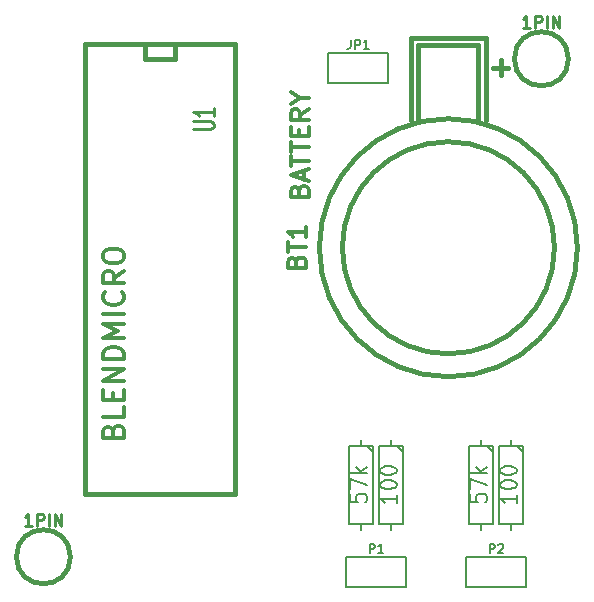
<source format=gto>
G04 (created by PCBNEW (22-Jun-2014 BZR 4027)-stable) date Wed 07 Jan 2015 20:43:52 CET*
%MOIN*%
G04 Gerber Fmt 3.4, Leading zero omitted, Abs format*
%FSLAX34Y34*%
G01*
G70*
G90*
G04 APERTURE LIST*
%ADD10C,0.00590551*%
%ADD11C,0.015*%
%ADD12C,0.008*%
%ADD13C,0.006*%
%ADD14C,0.01125*%
%ADD15C,0.012*%
%ADD16C,0.01*%
G04 APERTURE END LIST*
G54D10*
G54D11*
X44300Y-32300D02*
X44300Y-32300D01*
X44300Y-32300D02*
X44300Y-32800D01*
X44300Y-32800D02*
X43300Y-32800D01*
X43300Y-32800D02*
X43300Y-32300D01*
X46300Y-32300D02*
X46300Y-47300D01*
X46300Y-47300D02*
X41300Y-47300D01*
X41300Y-47300D02*
X41300Y-32300D01*
X41300Y-32300D02*
X46300Y-32300D01*
G54D12*
X51500Y-45500D02*
X51500Y-45700D01*
X51500Y-48500D02*
X51500Y-48300D01*
X51500Y-48300D02*
X51900Y-48300D01*
X51900Y-48300D02*
X51900Y-45700D01*
X51900Y-45700D02*
X51100Y-45700D01*
X51100Y-45700D02*
X51100Y-48300D01*
X51100Y-48300D02*
X51500Y-48300D01*
X51700Y-45700D02*
X51900Y-45900D01*
X50500Y-45500D02*
X50500Y-45700D01*
X50500Y-48500D02*
X50500Y-48300D01*
X50500Y-48300D02*
X50900Y-48300D01*
X50900Y-48300D02*
X50900Y-45700D01*
X50900Y-45700D02*
X50100Y-45700D01*
X50100Y-45700D02*
X50100Y-48300D01*
X50100Y-48300D02*
X50500Y-48300D01*
X50700Y-45700D02*
X50900Y-45900D01*
G54D13*
X50000Y-50400D02*
X50000Y-49400D01*
X50000Y-49400D02*
X52000Y-49400D01*
X52000Y-49400D02*
X52000Y-50400D01*
X52000Y-50400D02*
X50000Y-50400D01*
G54D12*
X55500Y-45500D02*
X55500Y-45700D01*
X55500Y-48500D02*
X55500Y-48300D01*
X55500Y-48300D02*
X55900Y-48300D01*
X55900Y-48300D02*
X55900Y-45700D01*
X55900Y-45700D02*
X55100Y-45700D01*
X55100Y-45700D02*
X55100Y-48300D01*
X55100Y-48300D02*
X55500Y-48300D01*
X55700Y-45700D02*
X55900Y-45900D01*
X54500Y-45500D02*
X54500Y-45700D01*
X54500Y-48500D02*
X54500Y-48300D01*
X54500Y-48300D02*
X54900Y-48300D01*
X54900Y-48300D02*
X54900Y-45700D01*
X54900Y-45700D02*
X54100Y-45700D01*
X54100Y-45700D02*
X54100Y-48300D01*
X54100Y-48300D02*
X54500Y-48300D01*
X54700Y-45700D02*
X54900Y-45900D01*
G54D13*
X49400Y-33600D02*
X49400Y-32600D01*
X49400Y-32600D02*
X51400Y-32600D01*
X51400Y-32600D02*
X51400Y-33600D01*
X51400Y-33600D02*
X49400Y-33600D01*
X54000Y-50400D02*
X54000Y-49400D01*
X54000Y-49400D02*
X56000Y-49400D01*
X56000Y-49400D02*
X56000Y-50400D01*
X56000Y-50400D02*
X54000Y-50400D01*
G54D11*
X54900Y-33100D02*
X55400Y-33100D01*
X55150Y-33350D02*
X55150Y-32850D01*
X52400Y-34850D02*
X52400Y-32350D01*
X52400Y-32350D02*
X54400Y-32350D01*
X54400Y-32350D02*
X54400Y-34850D01*
X52150Y-32350D02*
X52150Y-32100D01*
X52150Y-32100D02*
X54650Y-32100D01*
X54650Y-32100D02*
X54650Y-32350D01*
X52150Y-32850D02*
X52150Y-32350D01*
X54650Y-32350D02*
X54650Y-34850D01*
X52150Y-34850D02*
X52150Y-32850D01*
X56935Y-39100D02*
G75*
G03X56935Y-39100I-3535J0D01*
G74*
G01*
X57701Y-39100D02*
G75*
G03X57701Y-39100I-4301J0D01*
G74*
G01*
X40800Y-49400D02*
G75*
G03X40800Y-49400I-900J0D01*
G74*
G01*
X57400Y-32800D02*
G75*
G03X57400Y-32800I-900J0D01*
G74*
G01*
G54D14*
X44883Y-35142D02*
X45450Y-35142D01*
X45516Y-35121D01*
X45550Y-35100D01*
X45583Y-35057D01*
X45583Y-34971D01*
X45550Y-34928D01*
X45516Y-34907D01*
X45450Y-34885D01*
X44883Y-34885D01*
X45583Y-34435D02*
X45583Y-34692D01*
X45583Y-34564D02*
X44883Y-34564D01*
X44983Y-34607D01*
X45050Y-34650D01*
X45083Y-34692D01*
G54D15*
X42216Y-45200D02*
X42250Y-45100D01*
X42283Y-45066D01*
X42350Y-45033D01*
X42450Y-45033D01*
X42516Y-45066D01*
X42550Y-45100D01*
X42583Y-45166D01*
X42583Y-45433D01*
X41883Y-45433D01*
X41883Y-45200D01*
X41916Y-45133D01*
X41950Y-45100D01*
X42016Y-45066D01*
X42083Y-45066D01*
X42150Y-45100D01*
X42183Y-45133D01*
X42216Y-45200D01*
X42216Y-45433D01*
X42583Y-44400D02*
X42583Y-44733D01*
X41883Y-44733D01*
X42216Y-44166D02*
X42216Y-43933D01*
X42583Y-43833D02*
X42583Y-44166D01*
X41883Y-44166D01*
X41883Y-43833D01*
X42583Y-43533D02*
X41883Y-43533D01*
X42583Y-43133D01*
X41883Y-43133D01*
X42583Y-42800D02*
X41883Y-42800D01*
X41883Y-42633D01*
X41916Y-42533D01*
X41983Y-42466D01*
X42050Y-42433D01*
X42183Y-42400D01*
X42283Y-42400D01*
X42416Y-42433D01*
X42483Y-42466D01*
X42550Y-42533D01*
X42583Y-42633D01*
X42583Y-42800D01*
X42583Y-42100D02*
X41883Y-42100D01*
X42383Y-41866D01*
X41883Y-41633D01*
X42583Y-41633D01*
X42583Y-41300D02*
X41883Y-41300D01*
X42516Y-40566D02*
X42550Y-40599D01*
X42583Y-40699D01*
X42583Y-40766D01*
X42550Y-40866D01*
X42483Y-40933D01*
X42416Y-40966D01*
X42283Y-40999D01*
X42183Y-40999D01*
X42050Y-40966D01*
X41983Y-40933D01*
X41916Y-40866D01*
X41883Y-40766D01*
X41883Y-40699D01*
X41916Y-40599D01*
X41950Y-40566D01*
X42583Y-39866D02*
X42250Y-40099D01*
X42583Y-40266D02*
X41883Y-40266D01*
X41883Y-39999D01*
X41916Y-39933D01*
X41950Y-39899D01*
X42016Y-39866D01*
X42116Y-39866D01*
X42183Y-39899D01*
X42216Y-39933D01*
X42250Y-39999D01*
X42250Y-40266D01*
X41883Y-39433D02*
X41883Y-39299D01*
X41916Y-39233D01*
X41983Y-39166D01*
X42116Y-39133D01*
X42350Y-39133D01*
X42483Y-39166D01*
X42550Y-39233D01*
X42583Y-39299D01*
X42583Y-39433D01*
X42550Y-39499D01*
X42483Y-39566D01*
X42350Y-39599D01*
X42116Y-39599D01*
X41983Y-39566D01*
X41916Y-39499D01*
X41883Y-39433D01*
G54D12*
X51672Y-47333D02*
X51672Y-47619D01*
X51672Y-47476D02*
X51122Y-47476D01*
X51201Y-47523D01*
X51253Y-47571D01*
X51279Y-47619D01*
X51122Y-47023D02*
X51122Y-46976D01*
X51148Y-46928D01*
X51175Y-46904D01*
X51227Y-46880D01*
X51332Y-46857D01*
X51463Y-46857D01*
X51567Y-46880D01*
X51620Y-46904D01*
X51646Y-46928D01*
X51672Y-46976D01*
X51672Y-47023D01*
X51646Y-47071D01*
X51620Y-47095D01*
X51567Y-47119D01*
X51463Y-47142D01*
X51332Y-47142D01*
X51227Y-47119D01*
X51175Y-47095D01*
X51148Y-47071D01*
X51122Y-47023D01*
X51122Y-46547D02*
X51122Y-46500D01*
X51148Y-46452D01*
X51175Y-46428D01*
X51227Y-46404D01*
X51332Y-46380D01*
X51463Y-46380D01*
X51567Y-46404D01*
X51620Y-46428D01*
X51646Y-46452D01*
X51672Y-46500D01*
X51672Y-46547D01*
X51646Y-46595D01*
X51620Y-46619D01*
X51567Y-46642D01*
X51463Y-46666D01*
X51332Y-46666D01*
X51227Y-46642D01*
X51175Y-46619D01*
X51148Y-46595D01*
X51122Y-46547D01*
X50122Y-47321D02*
X50122Y-47559D01*
X50384Y-47583D01*
X50358Y-47559D01*
X50332Y-47511D01*
X50332Y-47392D01*
X50358Y-47345D01*
X50384Y-47321D01*
X50436Y-47297D01*
X50567Y-47297D01*
X50620Y-47321D01*
X50646Y-47345D01*
X50672Y-47392D01*
X50672Y-47511D01*
X50646Y-47559D01*
X50620Y-47583D01*
X50122Y-47130D02*
X50122Y-46797D01*
X50672Y-47011D01*
X50672Y-46607D02*
X50122Y-46607D01*
X50463Y-46559D02*
X50672Y-46416D01*
X50305Y-46416D02*
X50515Y-46607D01*
G54D13*
X50778Y-49271D02*
X50778Y-48971D01*
X50892Y-48971D01*
X50921Y-48985D01*
X50935Y-49000D01*
X50950Y-49028D01*
X50950Y-49071D01*
X50935Y-49100D01*
X50921Y-49114D01*
X50892Y-49128D01*
X50778Y-49128D01*
X51235Y-49271D02*
X51064Y-49271D01*
X51150Y-49271D02*
X51150Y-48971D01*
X51121Y-49014D01*
X51092Y-49042D01*
X51064Y-49057D01*
G54D12*
X55672Y-47333D02*
X55672Y-47619D01*
X55672Y-47476D02*
X55122Y-47476D01*
X55201Y-47523D01*
X55253Y-47571D01*
X55279Y-47619D01*
X55122Y-47023D02*
X55122Y-46976D01*
X55148Y-46928D01*
X55175Y-46904D01*
X55227Y-46880D01*
X55332Y-46857D01*
X55463Y-46857D01*
X55567Y-46880D01*
X55620Y-46904D01*
X55646Y-46928D01*
X55672Y-46976D01*
X55672Y-47023D01*
X55646Y-47071D01*
X55620Y-47095D01*
X55567Y-47119D01*
X55463Y-47142D01*
X55332Y-47142D01*
X55227Y-47119D01*
X55175Y-47095D01*
X55148Y-47071D01*
X55122Y-47023D01*
X55122Y-46547D02*
X55122Y-46500D01*
X55148Y-46452D01*
X55175Y-46428D01*
X55227Y-46404D01*
X55332Y-46380D01*
X55463Y-46380D01*
X55567Y-46404D01*
X55620Y-46428D01*
X55646Y-46452D01*
X55672Y-46500D01*
X55672Y-46547D01*
X55646Y-46595D01*
X55620Y-46619D01*
X55567Y-46642D01*
X55463Y-46666D01*
X55332Y-46666D01*
X55227Y-46642D01*
X55175Y-46619D01*
X55148Y-46595D01*
X55122Y-46547D01*
X54122Y-47321D02*
X54122Y-47559D01*
X54384Y-47583D01*
X54358Y-47559D01*
X54332Y-47511D01*
X54332Y-47392D01*
X54358Y-47345D01*
X54384Y-47321D01*
X54436Y-47297D01*
X54567Y-47297D01*
X54620Y-47321D01*
X54646Y-47345D01*
X54672Y-47392D01*
X54672Y-47511D01*
X54646Y-47559D01*
X54620Y-47583D01*
X54122Y-47130D02*
X54122Y-46797D01*
X54672Y-47011D01*
X54672Y-46607D02*
X54122Y-46607D01*
X54463Y-46559D02*
X54672Y-46416D01*
X54305Y-46416D02*
X54515Y-46607D01*
G54D13*
X50150Y-32171D02*
X50150Y-32385D01*
X50135Y-32428D01*
X50107Y-32457D01*
X50064Y-32471D01*
X50035Y-32471D01*
X50292Y-32471D02*
X50292Y-32171D01*
X50407Y-32171D01*
X50435Y-32185D01*
X50450Y-32200D01*
X50464Y-32228D01*
X50464Y-32271D01*
X50450Y-32300D01*
X50435Y-32314D01*
X50407Y-32328D01*
X50292Y-32328D01*
X50750Y-32471D02*
X50578Y-32471D01*
X50664Y-32471D02*
X50664Y-32171D01*
X50635Y-32214D01*
X50607Y-32242D01*
X50578Y-32257D01*
X54778Y-49271D02*
X54778Y-48971D01*
X54892Y-48971D01*
X54921Y-48985D01*
X54935Y-49000D01*
X54950Y-49028D01*
X54950Y-49071D01*
X54935Y-49100D01*
X54921Y-49114D01*
X54892Y-49128D01*
X54778Y-49128D01*
X55064Y-49000D02*
X55078Y-48985D01*
X55107Y-48971D01*
X55178Y-48971D01*
X55207Y-48985D01*
X55221Y-49000D01*
X55235Y-49028D01*
X55235Y-49057D01*
X55221Y-49100D01*
X55050Y-49271D01*
X55235Y-49271D01*
G54D15*
X48328Y-39571D02*
X48357Y-39485D01*
X48385Y-39457D01*
X48442Y-39428D01*
X48528Y-39428D01*
X48585Y-39457D01*
X48614Y-39485D01*
X48642Y-39542D01*
X48642Y-39771D01*
X48042Y-39771D01*
X48042Y-39571D01*
X48071Y-39514D01*
X48100Y-39485D01*
X48157Y-39457D01*
X48214Y-39457D01*
X48271Y-39485D01*
X48300Y-39514D01*
X48328Y-39571D01*
X48328Y-39771D01*
X48042Y-39257D02*
X48042Y-38914D01*
X48642Y-39085D02*
X48042Y-39085D01*
X48642Y-38400D02*
X48642Y-38742D01*
X48642Y-38571D02*
X48042Y-38571D01*
X48128Y-38628D01*
X48185Y-38685D01*
X48214Y-38742D01*
X48428Y-37200D02*
X48457Y-37114D01*
X48485Y-37085D01*
X48542Y-37057D01*
X48628Y-37057D01*
X48685Y-37085D01*
X48714Y-37114D01*
X48742Y-37171D01*
X48742Y-37400D01*
X48142Y-37400D01*
X48142Y-37200D01*
X48171Y-37142D01*
X48200Y-37114D01*
X48257Y-37085D01*
X48314Y-37085D01*
X48371Y-37114D01*
X48400Y-37142D01*
X48428Y-37200D01*
X48428Y-37400D01*
X48571Y-36828D02*
X48571Y-36542D01*
X48742Y-36885D02*
X48142Y-36685D01*
X48742Y-36485D01*
X48142Y-36371D02*
X48142Y-36028D01*
X48742Y-36200D02*
X48142Y-36200D01*
X48142Y-35914D02*
X48142Y-35571D01*
X48742Y-35742D02*
X48142Y-35742D01*
X48428Y-35371D02*
X48428Y-35171D01*
X48742Y-35085D02*
X48742Y-35371D01*
X48142Y-35371D01*
X48142Y-35085D01*
X48742Y-34485D02*
X48457Y-34685D01*
X48742Y-34828D02*
X48142Y-34828D01*
X48142Y-34599D01*
X48171Y-34542D01*
X48200Y-34514D01*
X48257Y-34485D01*
X48342Y-34485D01*
X48400Y-34514D01*
X48428Y-34542D01*
X48457Y-34599D01*
X48457Y-34828D01*
X48457Y-34114D02*
X48742Y-34114D01*
X48142Y-34314D02*
X48457Y-34114D01*
X48142Y-33914D01*
G54D16*
X39509Y-48361D02*
X39280Y-48361D01*
X39395Y-48361D02*
X39395Y-47961D01*
X39357Y-48019D01*
X39319Y-48057D01*
X39280Y-48076D01*
X39680Y-48361D02*
X39680Y-47961D01*
X39833Y-47961D01*
X39871Y-47980D01*
X39890Y-48000D01*
X39909Y-48038D01*
X39909Y-48095D01*
X39890Y-48133D01*
X39871Y-48152D01*
X39833Y-48171D01*
X39680Y-48171D01*
X40080Y-48361D02*
X40080Y-47961D01*
X40271Y-48361D02*
X40271Y-47961D01*
X40500Y-48361D01*
X40500Y-47961D01*
X56109Y-31761D02*
X55880Y-31761D01*
X55995Y-31761D02*
X55995Y-31361D01*
X55957Y-31419D01*
X55919Y-31457D01*
X55880Y-31476D01*
X56280Y-31761D02*
X56280Y-31361D01*
X56433Y-31361D01*
X56471Y-31380D01*
X56490Y-31400D01*
X56509Y-31438D01*
X56509Y-31495D01*
X56490Y-31533D01*
X56471Y-31552D01*
X56433Y-31571D01*
X56280Y-31571D01*
X56680Y-31761D02*
X56680Y-31361D01*
X56871Y-31761D02*
X56871Y-31361D01*
X57100Y-31761D01*
X57100Y-31361D01*
M02*

</source>
